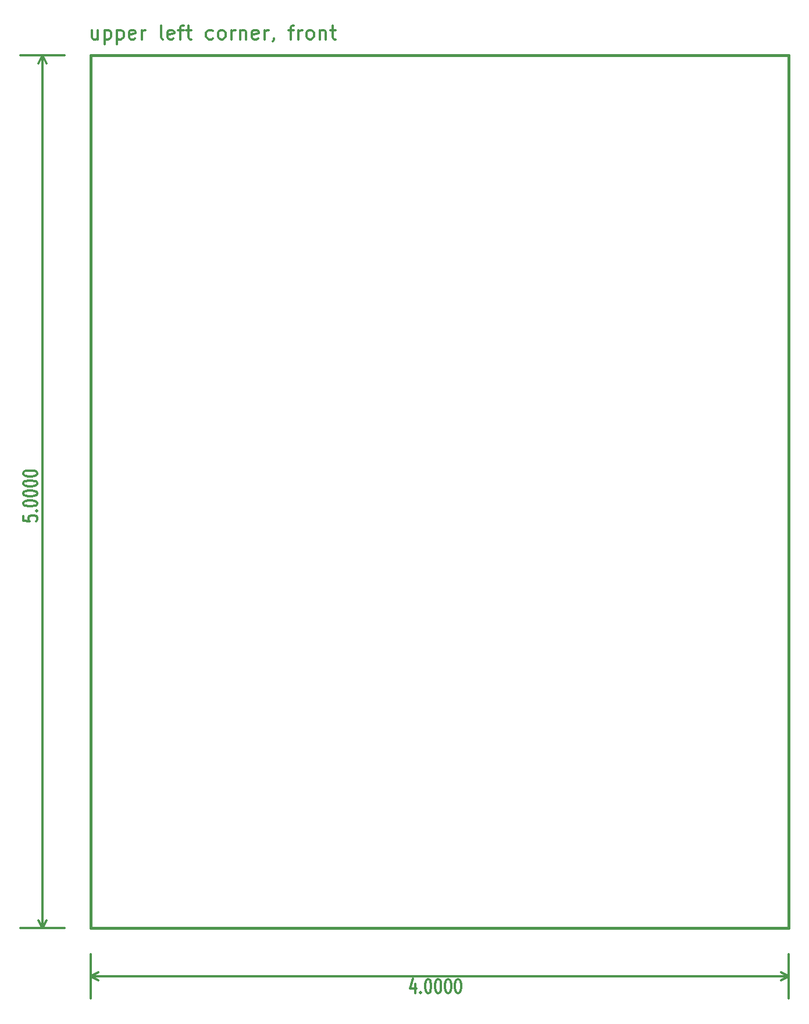
<source format=gbr>
G04 (created by PCBNEW-RS274X (2010-05-05 BZR 2356)-stable) date 7/8/2010 2:38:29 PM*
G01*
G70*
G90*
%MOIN*%
G04 Gerber Fmt 3.4, Leading zero omitted, Abs format*
%FSLAX34Y34*%
G04 APERTURE LIST*
%ADD10C,0.001000*%
%ADD11C,0.012000*%
%ADD12C,0.015000*%
G04 APERTURE END LIST*
G54D10*
G54D11*
X38408Y-13040D02*
X38408Y-13574D01*
X38065Y-13040D02*
X38065Y-13460D01*
X38104Y-13536D01*
X38180Y-13574D01*
X38294Y-13574D01*
X38370Y-13536D01*
X38408Y-13498D01*
X38789Y-13040D02*
X38789Y-13840D01*
X38789Y-13079D02*
X38866Y-13040D01*
X39018Y-13040D01*
X39094Y-13079D01*
X39132Y-13117D01*
X39170Y-13193D01*
X39170Y-13421D01*
X39132Y-13498D01*
X39094Y-13536D01*
X39018Y-13574D01*
X38866Y-13574D01*
X38789Y-13536D01*
X39513Y-13040D02*
X39513Y-13840D01*
X39513Y-13079D02*
X39590Y-13040D01*
X39742Y-13040D01*
X39818Y-13079D01*
X39856Y-13117D01*
X39894Y-13193D01*
X39894Y-13421D01*
X39856Y-13498D01*
X39818Y-13536D01*
X39742Y-13574D01*
X39590Y-13574D01*
X39513Y-13536D01*
X40542Y-13536D02*
X40466Y-13574D01*
X40314Y-13574D01*
X40237Y-13536D01*
X40199Y-13460D01*
X40199Y-13155D01*
X40237Y-13079D01*
X40314Y-13040D01*
X40466Y-13040D01*
X40542Y-13079D01*
X40580Y-13155D01*
X40580Y-13231D01*
X40199Y-13307D01*
X40923Y-13574D02*
X40923Y-13040D01*
X40923Y-13193D02*
X40962Y-13117D01*
X41000Y-13079D01*
X41076Y-13040D01*
X41152Y-13040D01*
X42143Y-13574D02*
X42067Y-13536D01*
X42028Y-13460D01*
X42028Y-12774D01*
X42752Y-13536D02*
X42676Y-13574D01*
X42524Y-13574D01*
X42447Y-13536D01*
X42409Y-13460D01*
X42409Y-13155D01*
X42447Y-13079D01*
X42524Y-13040D01*
X42676Y-13040D01*
X42752Y-13079D01*
X42790Y-13155D01*
X42790Y-13231D01*
X42409Y-13307D01*
X43019Y-13040D02*
X43324Y-13040D01*
X43133Y-13574D02*
X43133Y-12888D01*
X43172Y-12812D01*
X43248Y-12774D01*
X43324Y-12774D01*
X43476Y-13040D02*
X43781Y-13040D01*
X43590Y-12774D02*
X43590Y-13460D01*
X43629Y-13536D01*
X43705Y-13574D01*
X43781Y-13574D01*
X45000Y-13536D02*
X44924Y-13574D01*
X44772Y-13574D01*
X44696Y-13536D01*
X44657Y-13498D01*
X44619Y-13421D01*
X44619Y-13193D01*
X44657Y-13117D01*
X44696Y-13079D01*
X44772Y-13040D01*
X44924Y-13040D01*
X45000Y-13079D01*
X45458Y-13574D02*
X45382Y-13536D01*
X45343Y-13498D01*
X45305Y-13421D01*
X45305Y-13193D01*
X45343Y-13117D01*
X45382Y-13079D01*
X45458Y-13040D01*
X45572Y-13040D01*
X45648Y-13079D01*
X45686Y-13117D01*
X45724Y-13193D01*
X45724Y-13421D01*
X45686Y-13498D01*
X45648Y-13536D01*
X45572Y-13574D01*
X45458Y-13574D01*
X46067Y-13574D02*
X46067Y-13040D01*
X46067Y-13193D02*
X46106Y-13117D01*
X46144Y-13079D01*
X46220Y-13040D01*
X46296Y-13040D01*
X46562Y-13040D02*
X46562Y-13574D01*
X46562Y-13117D02*
X46601Y-13079D01*
X46677Y-13040D01*
X46791Y-13040D01*
X46867Y-13079D01*
X46905Y-13155D01*
X46905Y-13574D01*
X47591Y-13536D02*
X47515Y-13574D01*
X47363Y-13574D01*
X47286Y-13536D01*
X47248Y-13460D01*
X47248Y-13155D01*
X47286Y-13079D01*
X47363Y-13040D01*
X47515Y-13040D01*
X47591Y-13079D01*
X47629Y-13155D01*
X47629Y-13231D01*
X47248Y-13307D01*
X47972Y-13574D02*
X47972Y-13040D01*
X47972Y-13193D02*
X48011Y-13117D01*
X48049Y-13079D01*
X48125Y-13040D01*
X48201Y-13040D01*
X48506Y-13536D02*
X48506Y-13574D01*
X48467Y-13650D01*
X48429Y-13688D01*
X49344Y-13040D02*
X49649Y-13040D01*
X49458Y-13574D02*
X49458Y-12888D01*
X49497Y-12812D01*
X49573Y-12774D01*
X49649Y-12774D01*
X49915Y-13574D02*
X49915Y-13040D01*
X49915Y-13193D02*
X49954Y-13117D01*
X49992Y-13079D01*
X50068Y-13040D01*
X50144Y-13040D01*
X50525Y-13574D02*
X50449Y-13536D01*
X50410Y-13498D01*
X50372Y-13421D01*
X50372Y-13193D01*
X50410Y-13117D01*
X50449Y-13079D01*
X50525Y-13040D01*
X50639Y-13040D01*
X50715Y-13079D01*
X50753Y-13117D01*
X50791Y-13193D01*
X50791Y-13421D01*
X50753Y-13498D01*
X50715Y-13536D01*
X50639Y-13574D01*
X50525Y-13574D01*
X51134Y-13040D02*
X51134Y-13574D01*
X51134Y-13117D02*
X51173Y-13079D01*
X51249Y-13040D01*
X51363Y-13040D01*
X51439Y-13079D01*
X51477Y-13155D01*
X51477Y-13574D01*
X51744Y-13040D02*
X52049Y-13040D01*
X51858Y-12774D02*
X51858Y-13460D01*
X51897Y-13536D01*
X51973Y-13574D01*
X52049Y-13574D01*
X34134Y-40870D02*
X34134Y-41156D01*
X34515Y-41185D01*
X34477Y-41156D01*
X34439Y-41099D01*
X34439Y-40956D01*
X34477Y-40899D01*
X34515Y-40870D01*
X34591Y-40842D01*
X34781Y-40842D01*
X34858Y-40870D01*
X34896Y-40899D01*
X34934Y-40956D01*
X34934Y-41099D01*
X34896Y-41156D01*
X34858Y-41185D01*
X34858Y-40585D02*
X34896Y-40557D01*
X34934Y-40585D01*
X34896Y-40614D01*
X34858Y-40585D01*
X34934Y-40585D01*
X34134Y-40185D02*
X34134Y-40128D01*
X34172Y-40071D01*
X34210Y-40042D01*
X34286Y-40013D01*
X34439Y-39985D01*
X34629Y-39985D01*
X34781Y-40013D01*
X34858Y-40042D01*
X34896Y-40071D01*
X34934Y-40128D01*
X34934Y-40185D01*
X34896Y-40242D01*
X34858Y-40271D01*
X34781Y-40299D01*
X34629Y-40328D01*
X34439Y-40328D01*
X34286Y-40299D01*
X34210Y-40271D01*
X34172Y-40242D01*
X34134Y-40185D01*
X34134Y-39614D02*
X34134Y-39557D01*
X34172Y-39500D01*
X34210Y-39471D01*
X34286Y-39442D01*
X34439Y-39414D01*
X34629Y-39414D01*
X34781Y-39442D01*
X34858Y-39471D01*
X34896Y-39500D01*
X34934Y-39557D01*
X34934Y-39614D01*
X34896Y-39671D01*
X34858Y-39700D01*
X34781Y-39728D01*
X34629Y-39757D01*
X34439Y-39757D01*
X34286Y-39728D01*
X34210Y-39700D01*
X34172Y-39671D01*
X34134Y-39614D01*
X34134Y-39043D02*
X34134Y-38986D01*
X34172Y-38929D01*
X34210Y-38900D01*
X34286Y-38871D01*
X34439Y-38843D01*
X34629Y-38843D01*
X34781Y-38871D01*
X34858Y-38900D01*
X34896Y-38929D01*
X34934Y-38986D01*
X34934Y-39043D01*
X34896Y-39100D01*
X34858Y-39129D01*
X34781Y-39157D01*
X34629Y-39186D01*
X34439Y-39186D01*
X34286Y-39157D01*
X34210Y-39129D01*
X34172Y-39100D01*
X34134Y-39043D01*
X34134Y-38472D02*
X34134Y-38415D01*
X34172Y-38358D01*
X34210Y-38329D01*
X34286Y-38300D01*
X34439Y-38272D01*
X34629Y-38272D01*
X34781Y-38300D01*
X34858Y-38329D01*
X34896Y-38358D01*
X34934Y-38415D01*
X34934Y-38472D01*
X34896Y-38529D01*
X34858Y-38558D01*
X34781Y-38586D01*
X34629Y-38615D01*
X34439Y-38615D01*
X34286Y-38586D01*
X34210Y-38558D01*
X34172Y-38529D01*
X34134Y-38472D01*
X35250Y-64500D02*
X35250Y-14500D01*
X36500Y-64500D02*
X33970Y-64500D01*
X36500Y-14500D02*
X33970Y-14500D01*
X35250Y-14500D02*
X35480Y-14943D01*
X35250Y-14500D02*
X35020Y-14943D01*
X35250Y-64500D02*
X35480Y-64057D01*
X35250Y-64500D02*
X35020Y-64057D01*
X56601Y-67679D02*
X56601Y-68213D01*
X56458Y-67375D02*
X56315Y-67946D01*
X56687Y-67946D01*
X56915Y-68137D02*
X56943Y-68175D01*
X56915Y-68213D01*
X56886Y-68175D01*
X56915Y-68137D01*
X56915Y-68213D01*
X57315Y-67413D02*
X57372Y-67413D01*
X57429Y-67451D01*
X57458Y-67489D01*
X57487Y-67565D01*
X57515Y-67718D01*
X57515Y-67908D01*
X57487Y-68060D01*
X57458Y-68137D01*
X57429Y-68175D01*
X57372Y-68213D01*
X57315Y-68213D01*
X57258Y-68175D01*
X57229Y-68137D01*
X57201Y-68060D01*
X57172Y-67908D01*
X57172Y-67718D01*
X57201Y-67565D01*
X57229Y-67489D01*
X57258Y-67451D01*
X57315Y-67413D01*
X57886Y-67413D02*
X57943Y-67413D01*
X58000Y-67451D01*
X58029Y-67489D01*
X58058Y-67565D01*
X58086Y-67718D01*
X58086Y-67908D01*
X58058Y-68060D01*
X58029Y-68137D01*
X58000Y-68175D01*
X57943Y-68213D01*
X57886Y-68213D01*
X57829Y-68175D01*
X57800Y-68137D01*
X57772Y-68060D01*
X57743Y-67908D01*
X57743Y-67718D01*
X57772Y-67565D01*
X57800Y-67489D01*
X57829Y-67451D01*
X57886Y-67413D01*
X58457Y-67413D02*
X58514Y-67413D01*
X58571Y-67451D01*
X58600Y-67489D01*
X58629Y-67565D01*
X58657Y-67718D01*
X58657Y-67908D01*
X58629Y-68060D01*
X58600Y-68137D01*
X58571Y-68175D01*
X58514Y-68213D01*
X58457Y-68213D01*
X58400Y-68175D01*
X58371Y-68137D01*
X58343Y-68060D01*
X58314Y-67908D01*
X58314Y-67718D01*
X58343Y-67565D01*
X58371Y-67489D01*
X58400Y-67451D01*
X58457Y-67413D01*
X59028Y-67413D02*
X59085Y-67413D01*
X59142Y-67451D01*
X59171Y-67489D01*
X59200Y-67565D01*
X59228Y-67718D01*
X59228Y-67908D01*
X59200Y-68060D01*
X59171Y-68137D01*
X59142Y-68175D01*
X59085Y-68213D01*
X59028Y-68213D01*
X58971Y-68175D01*
X58942Y-68137D01*
X58914Y-68060D01*
X58885Y-67908D01*
X58885Y-67718D01*
X58914Y-67565D01*
X58942Y-67489D01*
X58971Y-67451D01*
X59028Y-67413D01*
X38000Y-67249D02*
X78000Y-67249D01*
X38000Y-66000D02*
X38000Y-68529D01*
X78000Y-66000D02*
X78000Y-68529D01*
X78000Y-67249D02*
X77557Y-67479D01*
X78000Y-67249D02*
X77557Y-67019D01*
X38000Y-67249D02*
X38443Y-67479D01*
X38000Y-67249D02*
X38443Y-67019D01*
G54D12*
X38000Y-64500D02*
X38000Y-14500D01*
X78000Y-64500D02*
X38000Y-64500D01*
X78000Y-14500D02*
X78000Y-64500D01*
X38000Y-14500D02*
X78000Y-14500D01*
M02*

</source>
